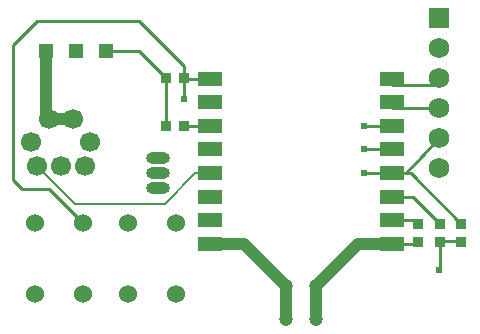
<source format=gtl>
G04 Layer: TopLayer*
G04 EasyEDA v6.5.15, 2022-09-09 10:58:47*
G04 19121817273c46a5bb41958087e4de9f,cdadd2d4b4cb47a19753abecc85b3b56,10*
G04 Gerber Generator version 0.2*
G04 Scale: 100 percent, Rotated: No, Reflected: No *
G04 Dimensions in millimeters *
G04 leading zeros omitted , absolute positions ,4 integer and 5 decimal *
%FSLAX45Y45*%
%MOMM*%

%AMMACRO1*21,1,$1,$2,0,0,$3*%
%ADD10C,0.2540*%
%ADD11C,1.0000*%
%ADD12C,0.1524*%
%ADD13MACRO1,0.864X0.8065X0.0000*%
%ADD14R,0.8640X0.8065*%
%ADD15R,2.0000X1.1989*%
%ADD16MACRO1,0.864X0.8065X-90.0000*%
%ADD17MACRO1,0.864X0.8065X90.0000*%
%ADD18C,1.1938*%
%ADD19O,1.9999959999999999X0.9999979999999999*%
%ADD20C,1.5240*%
%ADD21C,1.7000*%
%ADD22R,1.3005X1.3005*%
%ADD23C,1.7501*%
%ADD24R,1.7501X1.7501*%
%ADD25C,0.6096*%

%LPD*%
D10*
X3351936Y-2108200D02*
G01*
X3351936Y-2286000D01*
X5524515Y-3491651D02*
G01*
X5524515Y-3721084D01*
X5511800Y-3733800D01*
X5702315Y-3340978D02*
G01*
X5274716Y-2913379D01*
X5113477Y-2913379D01*
X5524515Y-3340978D02*
G01*
X5295036Y-3111500D01*
X5113477Y-3111500D01*
X5113477Y-2913379D02*
G01*
X5232400Y-2913379D01*
X5511800Y-2616200D01*
X5702315Y-3491646D02*
G01*
X5524515Y-3491646D01*
X5334000Y-3353663D02*
G01*
X5292496Y-3312160D01*
X5113477Y-3312160D01*
X5334000Y-3504336D02*
G01*
X5325516Y-3512820D01*
X5113477Y-3512820D01*
D11*
X5113477Y-3512820D02*
G01*
X4826264Y-3512820D01*
X4470664Y-3868420D01*
X3573348Y-3512820D02*
G01*
X3861064Y-3512820D01*
X4216664Y-3868420D01*
D10*
X5113477Y-2712720D02*
G01*
X4876800Y-2712720D01*
X5113477Y-2512060D02*
G01*
X4876800Y-2512060D01*
X5113477Y-2913379D02*
G01*
X4876800Y-2913379D01*
X2184400Y-1625600D02*
G01*
X2108200Y-1625600D01*
X1905000Y-1828800D01*
X1905000Y-2971800D01*
X1981200Y-3048000D01*
X2206497Y-3048000D01*
X2495550Y-3337052D01*
X3351936Y-2108200D02*
G01*
X3351936Y-2005736D01*
X2971800Y-1625600D01*
X2184400Y-1625600D01*
D12*
X3573348Y-2913379D02*
G01*
X3450463Y-2913379D01*
D10*
X3201263Y-2108200D02*
G01*
X2972663Y-1879600D01*
X2692400Y-1879600D01*
X3201263Y-2514600D02*
G01*
X3201263Y-2108200D01*
X3351936Y-2514600D02*
G01*
X3354476Y-2512060D01*
X3573348Y-2512060D01*
X3352038Y-2108200D02*
G01*
X3357118Y-2113279D01*
X3436620Y-2113279D01*
X3573525Y-2113279D01*
D11*
X4470664Y-3868420D02*
G01*
X4470664Y-4147820D01*
X4216664Y-3868420D02*
G01*
X4216664Y-4147820D01*
X2411476Y-2452370D02*
G01*
X2312415Y-2452370D01*
X2211323Y-2452370D01*
D10*
X5511800Y-2362200D02*
G01*
X5113474Y-2362200D01*
X5113474Y-2164079D02*
G01*
X5455920Y-2164079D01*
X5511800Y-2108200D01*
D11*
X2211400Y-2452395D02*
G01*
X2184400Y-2425395D01*
X2184400Y-1879600D01*
D12*
X3450590Y-2913379D02*
G01*
X3188715Y-3175000D01*
X2434081Y-3175000D01*
X2111502Y-2852420D01*
D13*
G01*
X5702315Y-3497985D03*
D14*
G01*
X5702325Y-3347338D03*
D15*
G01*
X3573475Y-2113279D03*
G01*
X3573475Y-2311400D03*
G01*
X3573348Y-2512060D03*
G01*
X3573348Y-2712720D03*
G01*
X3573348Y-2913379D03*
G01*
X3573348Y-3111500D03*
G01*
X3573348Y-3312160D03*
G01*
X3573348Y-3512820D03*
G01*
X5113477Y-2113279D03*
G01*
X5113477Y-2311400D03*
G01*
X5113477Y-2512060D03*
G01*
X5113477Y-2712720D03*
G01*
X5113477Y-2913379D03*
G01*
X5113477Y-3111500D03*
G01*
X5113477Y-3312160D03*
G01*
X5113477Y-3512820D03*
D16*
G01*
X3201275Y-2108200D03*
G01*
X3351924Y-2108200D03*
D13*
G01*
X5334000Y-3497985D03*
D14*
G01*
X5334000Y-3347338D03*
D13*
G01*
X5524515Y-3497985D03*
D14*
G01*
X5524525Y-3347338D03*
D17*
G01*
X3351924Y-2514600D03*
G01*
X3201275Y-2514600D03*
D18*
G01*
X4216654Y-3868420D03*
G01*
X4470654Y-3868420D03*
G01*
X4216654Y-4147820D03*
G01*
X4470654Y-4147820D03*
D19*
G01*
X3136900Y-2781300D03*
G01*
X3136900Y-2908300D03*
G01*
X3136900Y-3035300D03*
D20*
G01*
X2095500Y-3337052D03*
G01*
X2095500Y-3937000D03*
G01*
X2495550Y-3337052D03*
G01*
X2495550Y-3937000D03*
G01*
X2882900Y-3337052D03*
G01*
X2882900Y-3937000D03*
G01*
X3282950Y-3337052D03*
G01*
X3282950Y-3937000D03*
D21*
G01*
X2211400Y-2452395D03*
G01*
X2411399Y-2452395D03*
G01*
X2061387Y-2652395D03*
G01*
X2561386Y-2652395D03*
G01*
X2111400Y-2852394D03*
G01*
X2311400Y-2852394D03*
G01*
X2511399Y-2852394D03*
D22*
G01*
X2184400Y-1879600D03*
G01*
X2438400Y-1879600D03*
G01*
X2692400Y-1879600D03*
D23*
G01*
X5511800Y-2362200D03*
G01*
X5511800Y-2108200D03*
G01*
X5511800Y-1854200D03*
D24*
G01*
X5511927Y-1600072D03*
D23*
G01*
X5511800Y-2616200D03*
G01*
X5511800Y-2870200D03*
D25*
G01*
X4876800Y-2913379D03*
G01*
X4876800Y-2512060D03*
G01*
X4876800Y-2712720D03*
G01*
X5511800Y-3733800D03*
G01*
X3351936Y-2286000D03*
M02*

</source>
